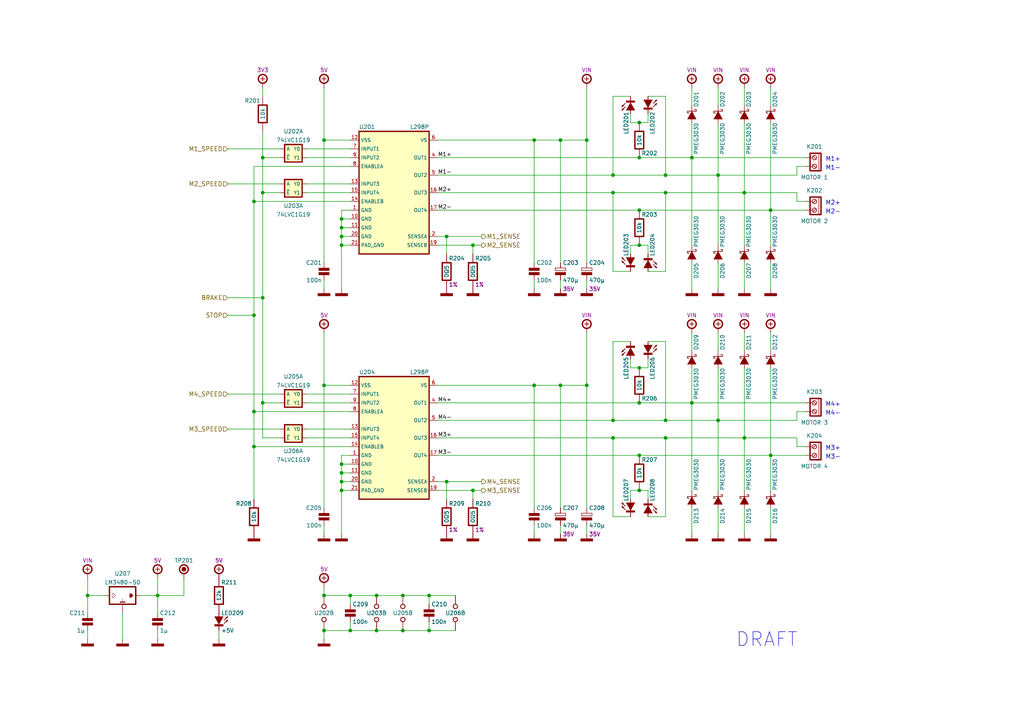
<source format=kicad_sch>
(kicad_sch (version 20231120) (generator "eeschema") (generator_version "8.0")
  (paper "A4")
  (title_block (title "Motors Driver") (date "01/2023") (rev "A") (comment 1 "TCAR Motor Board - L298P"))
  (junction (at 170.18 111.76) (diameter 0.9144))
  (junction (at 99.06 66.04) (diameter 0.9144))
  (junction (at 137.16 142.24) (diameter 0.9144))
  (junction (at 99.06 63.5))
  (junction (at 99.06 139.7) (diameter 0.9144))
  (junction (at 101.6 182.88) (diameter 0.9144))
  (junction (at 73.66 129.54))
  (junction (at 200.66 116.84) (diameter 0.9144))
  (junction (at 177.8 121.92))
  (junction (at 185.42 45.72) (diameter 0.9144))
  (junction (at 25.4 172.72) (diameter 0.9144))
  (junction (at 73.66 119.38))
  (junction (at 99.06 68.58) (diameter 0.9144))
  (junction (at 99.06 142.24) (diameter 0.9144))
  (junction (at 76.2 116.84) (diameter 0.9144))
  (junction (at 76.2 45.72) (diameter 0.9144))
  (junction (at 76.2 55.88))
  (junction (at 185.42 106.68))
  (junction (at 170.18 40.64) (diameter 0.9144))
  (junction (at 129.54 139.7) (diameter 0.9144))
  (junction (at 193.04 55.88))
  (junction (at 137.16 71.12) (diameter 0.9144))
  (junction (at 208.28 121.92) (diameter 0.9144))
  (junction (at 223.52 60.96) (diameter 0.9144))
  (junction (at 73.66 58.42))
  (junction (at 99.06 71.12) (diameter 0.9144))
  (junction (at 185.42 35.56))
  (junction (at 73.66 91.44))
  (junction (at 223.52 132.08) (diameter 0.9144))
  (junction (at 45.72 172.72) (diameter 0.9144))
  (junction (at 124.46 182.88) (diameter 0.9144))
  (junction (at 109.22 172.72) (diameter 0.9144))
  (junction (at 109.22 182.88) (diameter 0.9144))
  (junction (at 208.28 50.8) (diameter 0.9144))
  (junction (at 99.06 137.16) (diameter 0.9144))
  (junction (at 193.04 121.92))
  (junction (at 124.46 172.72) (diameter 0.9144))
  (junction (at 177.8 55.88))
  (junction (at 116.84 182.88) (diameter 0.9144))
  (junction (at 185.42 71.12))
  (junction (at 93.98 182.88) (diameter 0.9144))
  (junction (at 185.42 142.24))
  (junction (at 193.04 50.8))
  (junction (at 185.42 116.84) (diameter 0.9144))
  (junction (at 116.84 172.72) (diameter 0.9144))
  (junction (at 76.2 86.36))
  (junction (at 215.9 55.88) (diameter 0.9144))
  (junction (at 99.06 134.62))
  (junction (at 93.98 172.72) (diameter 0.9144))
  (junction (at 154.94 40.64) (diameter 0.9144))
  (junction (at 101.6 172.72) (diameter 0.9144))
  (junction (at 185.42 132.08) (diameter 0.9144))
  (junction (at 185.42 60.96) (diameter 0.9144))
  (junction (at 215.9 127) (diameter 0.9144))
  (junction (at 93.98 111.76) (diameter 0.9144))
  (junction (at 93.98 40.64) (diameter 0.9144))
  (junction (at 177.8 127))
  (junction (at 129.54 68.58) (diameter 0.9144))
  (junction (at 200.66 45.72) (diameter 0.9144))
  (junction (at 162.56 40.64) (diameter 0.9144))
  (junction (at 154.94 111.76) (diameter 0.9144))
  (junction (at 162.56 111.76) (diameter 0.9144))
  (junction (at 177.8 50.8))
  (junction (at 193.04 127))
  (wire (pts (xy 127 139.7) (xy 129.54 139.7)))
  (wire (pts (xy 223.52 96.52) (xy 223.52 101.6)))
  (wire (pts (xy 66.04 43.18) (xy 81.28 43.18)))
  (wire (pts (xy 200.66 116.84) (xy 233.68 116.84)))
  (wire (pts (xy 182.88 144.78) (xy 182.88 142.24)))
  (wire (pts (xy 182.88 35.56) (xy 185.42 35.56)))
  (wire (pts (xy 170.18 152.4) (xy 170.18 154.94)))
  (wire (pts (xy 177.8 99.06) (xy 182.88 99.06)))
  (wire (pts (xy 177.8 127) (xy 177.8 149.86)))
  (wire (pts (xy 193.04 55.88) (xy 193.04 78.74)))
  (wire (pts (xy 162.56 111.76) (xy 162.56 147.32)))
  (wire (pts (xy 187.96 73.66) (xy 187.96 71.12)))
  (wire (pts (xy 200.66 25.4) (xy 200.66 30.48)))
  (wire (pts (xy 231.14 129.54) (xy 231.14 127)))
  (wire (pts (xy 223.52 147.32) (xy 223.52 154.94)))
  (wire (pts (xy 215.9 35.56) (xy 215.9 55.88)))
  (wire (pts (xy 177.8 50.8) (xy 193.04 50.8)))
  (wire (pts (xy 208.28 50.8) (xy 231.14 50.8)))
  (wire (pts (xy 231.14 48.26) (xy 231.14 50.8)))
  (wire (pts (xy 233.68 48.26) (xy 231.14 48.26)))
  (wire (pts (xy 170.18 96.52) (xy 170.18 111.76)))
  (wire (pts (xy 177.8 27.94) (xy 182.88 27.94)))
  (wire (pts (xy 177.8 121.92) (xy 193.04 121.92)))
  (wire (pts (xy 154.94 111.76) (xy 154.94 147.32)))
  (wire (pts (xy 193.04 27.94) (xy 193.04 50.8)))
  (wire (pts (xy 170.18 81.28) (xy 170.18 83.82)))
  (wire (pts (xy 154.94 81.28) (xy 154.94 83.82)))
  (wire (pts (xy 93.98 182.88) (xy 93.98 185.42)))
  (wire (pts (xy 187.96 144.78) (xy 187.96 142.24)))
  (wire (pts (xy 187.96 99.06) (xy 193.04 99.06)))
  (wire (pts (xy 177.8 127) (xy 193.04 127)))
  (wire (pts (xy 99.06 139.7) (xy 101.6 139.7)))
  (wire (pts (xy 208.28 35.56) (xy 208.28 50.8)))
  (wire (pts (xy 127 50.8) (xy 177.8 50.8)))
  (wire (pts (xy 127 45.72) (xy 185.42 45.72)))
  (wire (pts (xy 185.42 45.72) (xy 200.66 45.72)))
  (wire (pts (xy 200.66 35.56) (xy 200.66 45.72)))
  (wire (pts (xy 162.56 81.28) (xy 162.56 83.82)))
  (wire (pts (xy 215.9 96.52) (xy 215.9 101.6)))
  (wire (pts (xy 208.28 106.68) (xy 208.28 121.92)))
  (wire (pts (xy 66.04 86.36) (xy 76.2 86.36)))
  (wire (pts (xy 53.34 167.64) (xy 53.34 172.72)))
  (wire (pts (xy 154.94 111.76) (xy 162.56 111.76)))
  (wire (pts (xy 170.18 111.76) (xy 170.18 147.32)))
  (wire (pts (xy 45.72 182.88) (xy 45.72 185.42)))
  (wire (pts (xy 129.54 68.58) (xy 129.54 73.66)))
  (wire (pts (xy 215.9 25.4) (xy 215.9 30.48)))
  (wire (pts (xy 129.54 139.7) (xy 139.7 139.7)))
  (wire (pts (xy 223.52 106.68) (xy 223.52 132.08)))
  (wire (pts (xy 177.8 78.74) (xy 182.88 78.74)))
  (wire (pts (xy 76.2 127) (xy 76.2 116.84)))
  (wire (pts (xy 193.04 55.88) (xy 215.9 55.88)))
  (wire (pts (xy 66.04 124.46) (xy 81.28 124.46)))
  (wire (pts (xy 127 68.58) (xy 129.54 68.58)))
  (wire (pts (xy 129.54 68.58) (xy 139.7 68.58)))
  (wire (pts (xy 93.98 25.4) (xy 93.98 40.64)))
  (wire (pts (xy 93.98 40.64) (xy 93.98 76.2)))
  (wire (pts (xy 88.9 114.3) (xy 101.6 114.3)))
  (wire (pts (xy 215.9 76.2) (xy 215.9 83.82)))
  (wire (pts (xy 66.04 91.44) (xy 73.66 91.44)))
  (wire (pts (xy 208.28 121.92) (xy 231.14 121.92)))
  (wire (pts (xy 88.9 45.72) (xy 101.6 45.72)))
  (wire (pts (xy 93.98 182.88) (xy 101.6 182.88)))
  (wire (pts (xy 101.6 182.88) (xy 109.22 182.88)))
  (wire (pts (xy 109.22 182.88) (xy 116.84 182.88)))
  (wire (pts (xy 116.84 182.88) (xy 124.46 182.88)))
  (wire (pts (xy 215.9 142.24) (xy 215.9 127)))
  (wire (pts (xy 93.98 81.28) (xy 93.98 83.82)))
  (wire (pts (xy 101.6 172.72) (xy 109.22 172.72)))
  (wire (pts (xy 109.22 172.72) (xy 116.84 172.72)))
  (wire (pts (xy 116.84 172.72) (xy 124.46 172.72)))
  (wire (pts (xy 124.46 172.72) (xy 132.08 172.72)))
  (wire (pts (xy 25.4 172.72) (xy 25.4 177.8)))
  (wire (pts (xy 193.04 99.06) (xy 193.04 121.92)))
  (wire (pts (xy 129.54 139.7) (xy 129.54 144.78)))
  (wire (pts (xy 76.2 45.72) (xy 76.2 38.1)))
  (wire (pts (xy 76.2 55.88) (xy 76.2 45.72)))
  (wire (pts (xy 137.16 142.24) (xy 137.16 144.78)))
  (wire (pts (xy 99.06 137.16) (xy 99.06 139.7)))
  (wire (pts (xy 177.8 55.88) (xy 193.04 55.88)))
  (wire (pts (xy 187.96 27.94) (xy 193.04 27.94)))
  (wire (pts (xy 101.6 132.08) (xy 99.06 132.08)))
  (wire (pts (xy 99.06 137.16) (xy 101.6 137.16)))
  (wire (pts (xy 177.8 99.06) (xy 177.8 121.92)))
  (wire (pts (xy 99.06 139.7) (xy 99.06 142.24)))
  (wire (pts (xy 223.52 132.08) (xy 233.68 132.08)))
  (wire (pts (xy 185.42 71.12) (xy 187.96 71.12)))
  (wire (pts (xy 45.72 172.72) (xy 53.34 172.72)))
  (wire (pts (xy 25.4 182.88) (xy 25.4 185.42)))
  (wire (pts (xy 162.56 40.64) (xy 162.56 76.2)))
  (wire (pts (xy 223.52 35.56) (xy 223.52 60.96)))
  (wire (pts (xy 127 127) (xy 177.8 127)))
  (wire (pts (xy 200.66 106.68) (xy 200.66 116.84)))
  (wire (pts (xy 215.9 147.32) (xy 215.9 154.94)))
  (wire (pts (xy 45.72 167.64) (xy 45.72 172.72)))
  (wire (pts (xy 73.66 119.38) (xy 101.6 119.38)))
  (wire (pts (xy 63.5 182.88) (xy 63.5 185.42)))
  (wire (pts (xy 124.46 182.88) (xy 132.08 182.88)))
  (wire (pts (xy 76.2 86.36) (xy 76.2 116.84)))
  (wire (pts (xy 25.4 167.64) (xy 25.4 172.72)))
  (wire (pts (xy 137.16 142.24) (xy 139.7 142.24)))
  (wire (pts (xy 208.28 50.8) (xy 208.28 71.12)))
  (wire (pts (xy 99.06 68.58) (xy 101.6 68.58)))
  (wire (pts (xy 88.9 124.46) (xy 101.6 124.46)))
  (wire (pts (xy 40.64 172.72) (xy 45.72 172.72)))
  (wire (pts (xy 200.66 76.2) (xy 200.66 83.82)))
  (wire (pts (xy 231.14 55.88) (xy 215.9 55.88)))
  (wire (pts (xy 231.14 58.42) (xy 231.14 55.88)))
  (wire (pts (xy 233.68 58.42) (xy 231.14 58.42)))
  (wire (pts (xy 76.2 127) (xy 81.28 127)))
  (wire (pts (xy 45.72 172.72) (xy 45.72 177.8)))
  (wire (pts (xy 182.88 33.02) (xy 182.88 35.56)))
  (wire (pts (xy 127 111.76) (xy 154.94 111.76)))
  (wire (pts (xy 101.6 172.72) (xy 101.6 175.26)))
  (wire (pts (xy 73.66 48.26) (xy 101.6 48.26)))
  (wire (pts (xy 177.8 55.88) (xy 177.8 78.74)))
  (wire (pts (xy 127 121.92) (xy 177.8 121.92)))
  (wire (pts (xy 127 132.08) (xy 185.42 132.08)))
  (wire (pts (xy 208.28 147.32) (xy 208.28 154.94)))
  (wire (pts (xy 93.98 152.4) (xy 93.98 154.94)))
  (wire (pts (xy 137.16 71.12) (xy 137.16 73.66)))
  (wire (pts (xy 187.96 104.14) (xy 187.96 106.68)))
  (wire (pts (xy 185.42 132.08) (xy 223.52 132.08)))
  (wire (pts (xy 200.66 116.84) (xy 200.66 142.24)))
  (wire (pts (xy 99.06 63.5) (xy 99.06 66.04)))
  (wire (pts (xy 99.06 66.04) (xy 99.06 68.58)))
  (wire (pts (xy 99.06 68.58) (xy 99.06 71.12)))
  (wire (pts (xy 99.06 71.12) (xy 99.06 83.82)))
  (wire (pts (xy 101.6 63.5) (xy 99.06 63.5)))
  (wire (pts (xy 101.6 180.34) (xy 101.6 182.88)))
  (wire (pts (xy 93.98 111.76) (xy 101.6 111.76)))
  (wire (pts (xy 127 40.64) (xy 154.94 40.64)))
  (wire (pts (xy 154.94 40.64) (xy 162.56 40.64)))
  (wire (pts (xy 162.56 40.64) (xy 170.18 40.64)))
  (wire (pts (xy 223.52 142.24) (xy 223.52 132.08)))
  (wire (pts (xy 73.66 58.42) (xy 101.6 58.42)))
  (wire (pts (xy 99.06 134.62) (xy 99.06 137.16)))
  (wire (pts (xy 66.04 114.3) (xy 81.28 114.3)))
  (wire (pts (xy 99.06 132.08) (xy 99.06 134.62)))
  (wire (pts (xy 35.56 177.8) (xy 35.56 185.42)))
  (wire (pts (xy 177.8 27.94) (xy 177.8 50.8)))
  (wire (pts (xy 185.42 35.56) (xy 187.96 35.56)))
  (wire (pts (xy 182.88 73.66) (xy 182.88 71.12)))
  (wire (pts (xy 233.68 129.54) (xy 231.14 129.54)))
  (wire (pts (xy 93.98 170.18) (xy 93.98 172.72)))
  (wire (pts (xy 177.8 149.86) (xy 182.88 149.86)))
  (wire (pts (xy 25.4 172.72) (xy 30.48 172.72)))
  (wire (pts (xy 185.42 116.84) (xy 200.66 116.84)))
  (wire (pts (xy 193.04 127) (xy 215.9 127)))
  (wire (pts (xy 76.2 55.88) (xy 81.28 55.88)))
  (wire (pts (xy 99.06 66.04) (xy 101.6 66.04)))
  (wire (pts (xy 182.88 104.14) (xy 182.88 106.68)))
  (wire (pts (xy 182.88 71.12) (xy 185.42 71.12)))
  (wire (pts (xy 170.18 25.4) (xy 170.18 40.64)))
  (wire (pts (xy 170.18 40.64) (xy 170.18 76.2)))
  (wire (pts (xy 200.66 45.72) (xy 200.66 71.12)))
  (wire (pts (xy 233.68 119.38) (xy 231.14 119.38)))
  (wire (pts (xy 73.66 129.54) (xy 101.6 129.54)))
  (wire (pts (xy 182.88 106.68) (xy 185.42 106.68)))
  (wire (pts (xy 185.42 106.68) (xy 187.96 106.68)))
  (wire (pts (xy 73.66 58.42) (xy 73.66 48.26)))
  (wire (pts (xy 93.98 40.64) (xy 101.6 40.64)))
  (wire (pts (xy 76.2 45.72) (xy 81.28 45.72)))
  (wire (pts (xy 208.28 25.4) (xy 208.28 30.48)))
  (wire (pts (xy 231.14 119.38) (xy 231.14 121.92)))
  (wire (pts (xy 73.66 91.44) (xy 73.66 58.42)))
  (wire (pts (xy 193.04 50.8) (xy 208.28 50.8)))
  (wire (pts (xy 200.66 147.32) (xy 200.66 154.94)))
  (wire (pts (xy 88.9 116.84) (xy 101.6 116.84)))
  (wire (pts (xy 101.6 60.96) (xy 99.06 60.96)))
  (wire (pts (xy 99.06 142.24) (xy 101.6 142.24)))
  (wire (pts (xy 127 55.88) (xy 177.8 55.88)))
  (wire (pts (xy 215.9 71.12) (xy 215.9 55.88)))
  (wire (pts (xy 208.28 121.92) (xy 208.28 142.24)))
  (wire (pts (xy 223.52 25.4) (xy 223.52 30.48)))
  (wire (pts (xy 88.9 55.88) (xy 101.6 55.88)))
  (wire (pts (xy 193.04 127) (xy 193.04 149.86)))
  (wire (pts (xy 99.06 60.96) (xy 99.06 63.5)))
  (wire (pts (xy 124.46 180.34) (xy 124.46 182.88)))
  (wire (pts (xy 127 71.12) (xy 137.16 71.12)))
  (wire (pts (xy 137.16 71.12) (xy 139.7 71.12)))
  (wire (pts (xy 93.98 96.52) (xy 93.98 111.76)))
  (wire (pts (xy 93.98 111.76) (xy 93.98 147.32)))
  (wire (pts (xy 76.2 116.84) (xy 81.28 116.84)))
  (wire (pts (xy 73.66 144.78) (xy 73.66 129.54)))
  (wire (pts (xy 93.98 172.72) (xy 101.6 172.72)))
  (wire (pts (xy 154.94 40.64) (xy 154.94 76.2)))
  (wire (pts (xy 208.28 76.2) (xy 208.28 83.82)))
  (wire (pts (xy 193.04 121.92) (xy 208.28 121.92)))
  (wire (pts (xy 127 116.84) (xy 185.42 116.84)))
  (wire (pts (xy 223.52 76.2) (xy 223.52 83.82)))
  (wire (pts (xy 215.9 106.68) (xy 215.9 127)))
  (wire (pts (xy 73.66 129.54) (xy 73.66 119.38)))
  (wire (pts (xy 185.42 142.24) (xy 187.96 142.24)))
  (wire (pts (xy 101.6 134.62) (xy 99.06 134.62)))
  (wire (pts (xy 187.96 33.02) (xy 187.96 35.56)))
  (wire (pts (xy 182.88 142.24) (xy 185.42 142.24)))
  (wire (pts (xy 187.96 149.86) (xy 193.04 149.86)))
  (wire (pts (xy 127 142.24) (xy 137.16 142.24)))
  (wire (pts (xy 76.2 25.4) (xy 76.2 27.94)))
  (wire (pts (xy 99.06 71.12) (xy 101.6 71.12)))
  (wire (pts (xy 200.66 96.52) (xy 200.66 101.6)))
  (wire (pts (xy 88.9 127) (xy 101.6 127)))
  (wire (pts (xy 127 60.96) (xy 185.42 60.96)))
  (wire (pts (xy 185.42 60.96) (xy 223.52 60.96)))
  (wire (pts (xy 223.52 71.12) (xy 223.52 60.96)))
  (wire (pts (xy 88.9 53.34) (xy 101.6 53.34)))
  (wire (pts (xy 73.66 119.38) (xy 73.66 91.44)))
  (wire (pts (xy 162.56 111.76) (xy 170.18 111.76)))
  (wire (pts (xy 76.2 55.88) (xy 76.2 86.36)))
  (wire (pts (xy 200.66 45.72) (xy 233.68 45.72)))
  (wire (pts (xy 223.52 60.96) (xy 233.68 60.96)))
  (wire (pts (xy 154.94 152.4) (xy 154.94 154.94)))
  (wire (pts (xy 124.46 172.72) (xy 124.46 175.26)))
  (wire (pts (xy 162.56 152.4) (xy 162.56 154.94)))
  (wire (pts (xy 88.9 43.18) (xy 101.6 43.18)))
  (wire (pts (xy 66.04 53.34) (xy 81.28 53.34)))
  (wire (pts (xy 231.14 127) (xy 215.9 127)))
  (wire (pts (xy 187.96 78.74) (xy 193.04 78.74)))
  (wire (pts (xy 208.28 96.52) (xy 208.28 101.6)))
  (wire (pts (xy 99.06 142.24) (xy 99.06 154.94)))
  (text "M3-\n" (at 243.84 133.35 0) (effects (font (size 1.27 1.27)) (justify right bottom)))
  (text "M1+" (at 243.84 46.99 0) (effects (font (size 1.27 1.27)) (justify right bottom)))
  (text "M2+" (at 243.84 59.69 0) (effects (font (size 1.27 1.27)) (justify right bottom)))
  (text "M4-\n" (at 243.84 120.65 0) (effects (font (size 1.27 1.27)) (justify right bottom)))
  (text "M2-\n" (at 243.84 62.23 0) (effects (font (size 1.27 1.27)) (justify right bottom)))
  (text "DRAFT" (at 213.36 187.96 0) (effects (font (size 4 4)) (justify left bottom)))
  (text "M3+" (at 243.84 130.81 0) (effects (font (size 1.27 1.27)) (justify right bottom)))
  (text "M4+" (at 243.84 118.11 0) (effects (font (size 1.27 1.27)) (justify right bottom)))
  (text "M1-\n" (at 243.84 49.53 0) (effects (font (size 1.27 1.27)) (justify right bottom)))
  (label "M4-" (at 127 121.92 0) (effects (font (size 1.15 1.15))))
  (label "M1-" (at 127 50.8 0) (effects (font (size 1.15 1.15))))
  (label "M1+" (at 127 45.72 0) (effects (font (size 1.15 1.15))))
  (label "M3+" (at 127 127 0) (effects (font (size 1.15 1.15))))
  (label "M2+" (at 127 55.88 0) (effects (font (size 1.15 1.15))))
  (label "M3-" (at 127 132.08 0) (effects (font (size 1.15 1.15))))
  (label "M2-" (at 127 60.96 0) (effects (font (size 1.15 1.15))))
  (label "M4+" (at 127 116.84 0) (effects (font (size 1.15 1.15))))
  (hierarchical_label "STOP" (shape input) (at 66.04 91.44 180))
  (hierarchical_label "BRAKE" (shape input) (at 66.04 86.36 180))
  (hierarchical_label "M3_SENSE" (shape output) (at 139.7 142.24 0))
  (hierarchical_label "M3_SPEED" (shape input) (at 66.04 124.46 180))
  (hierarchical_label "M2_SPEED" (shape input) (at 66.04 53.34 180))
  (hierarchical_label "M2_SENSE" (shape output) (at 139.7 71.12 0))
  (hierarchical_label "M1_SENSE" (shape output) (at 139.7 68.58 0))
  (hierarchical_label "M1_SPEED" (shape input) (at 66.04 43.18 180))
  (hierarchical_label "M4_SENSE" (shape output) (at 139.7 139.7 0))
  (hierarchical_label "M4_SPEED" (shape input) (at 66.04 114.3 180))
  (symbol (lib_id "tronixio:NEXPERIA-PMEG3030-SOD") (at 208.28 144.78 270) (unit 1)
    (property "Reference" "D214" (at 209.55 147.32 0) (effects (font (size 1.15 1.15)) (justify left)))
    (property "Value" "PMEG3030" (at 209.55 142.24 0) (effects (font (size 1.15 1.15)) (justify right)))
    (property "Footprint" "tronixio:SOD-128" (effects (hide yes)))
    (property "Datasheet" "https://www.nexperia.com/search.html?q=pmeg3030&searchCategory=product" (effects (hide yes)))
    (property "Mouser" "771-PMEG3030EP115" (effects (hide yes)))
  )
  (symbol (lib_id "tronixio:POWER-+VIN") (at 208.28 96.52 0) (unit 1)
    (property "Reference" "#PWR0126" (effects (hide yes)))
    (property "Value" "POWER-+VIN" (effects (hide yes)))
    (property "Name" "VIN" (at 208.28 91.44 0) (effects (font (size 1.15 1.15))))
  )
  (symbol (lib_id "tronixio:POWER-GND") (at 63.5 185.42 0) (unit 1)
    (property "Reference" "#PWR0160" (effects (hide yes)))
    (property "Value" "POWER-GND" (effects (hide yes)))
  )
  (symbol (lib_id "tronixio:NEXPERIA-PMEG3030-SOD") (at 208.28 104.14 270) (unit 1)
    (property "Reference" "D210" (at 209.55 101.6 0) (effects (font (size 1.15 1.15)) (justify right)))
    (property "Value" "PMEG3030" (at 209.55 106.68 0) (effects (font (size 1.15 1.15)) (justify left)))
    (property "Footprint" "tronixio:SOD-128" (effects (hide yes)))
    (property "Datasheet" "https://www.nexperia.com/search.html?q=pmeg3030&searchCategory=product" (effects (hide yes)))
    (property "Mouser" "771-PMEG3030EP115" (effects (hide yes)))
  )
  (symbol (lib_id "tronixio:WURTH-WCAP-ATG8-470U-35V") (at 162.56 149.86 0) (unit 1)
    (property "Reference" "C207" (at 163.195 147.32 0) (effects (font (size 1.15 1.15)) (justify left)))
    (property "Value" "470µ" (at 163.195 152.4 0) (effects (font (size 1.15 1.15)) (justify left)))
    (property "Footprint" "tronixio:CAPACITOR-ELECTROLYTIC-RADIAL-100-160-050-WURTH" (effects (hide yes)))
    (property "Datasheet" "https://www.we-online.com/catalog/datasheet/860010575013.pdf" (effects (hide yes)))
    (property "Mouser" "710-860010575013" (effects (hide yes)))
    (property "Tolerance" "20%" (effects (hide yes)))
    (property "Voltage" "35V" (at 163.195 154.94 0) (effects (font (size 1.15 1.15)) (justify left)))
  )
  (symbol (lib_id "tronixio:KINGBRIGHT-LED-1206-RED") (at 182.88 76.2 90) (unit 1)
    (property "Reference" "LED203" (at 181.61 74.295 0) (effects (font (size 1.15 1.15)) (justify left)))
    (property "Value" "RED" (effects (hide yes)))
    (property "Footprint" "tronixio:LED-SMD-1206" (effects (hide yes)))
    (property "Datasheet" "http://www.kingbrightusa.com/images/catalog/SPEC/APT3216LSECK-J3-PRV.pdf" (effects (hide yes)))
    (property "Mouser" "604-APT3216LSECKJ3RV" (effects (hide yes)))
  )
  (symbol (lib_id "tronixio:NEXPERIA-PMEG3030-SOD") (at 208.28 33.02 270) (unit 1)
    (property "Reference" "D202" (at 209.55 31.115 0) (effects (font (size 1.15 1.15)) (justify right)))
    (property "Value" "PMEG3030" (at 209.55 35.56 0) (effects (font (size 1.15 1.15)) (justify left)))
    (property "Footprint" "tronixio:SOD-128" (effects (hide yes)))
    (property "Datasheet" "https://www.nexperia.com/search.html?q=pmeg3030&searchCategory=product" (effects (hide yes)))
    (property "Mouser" "771-PMEG3030EP115" (effects (hide yes)))
  )
  (symbol (lib_id "tronixio:POWER-+VIN") (at 200.66 96.52 0) (unit 1)
    (property "Reference" "#PWR0127" (effects (hide yes)))
    (property "Value" "POWER-+VIN" (effects (hide yes)))
    (property "Name" "VIN" (at 200.66 91.44 0) (effects (font (size 1.15 1.15))))
  )
  (symbol (lib_id "tronixio:KINGBRIGHT-LED-1206-RED") (at 187.96 76.2 270) (unit 1)
    (property "Reference" "LED204" (at 189.23 74.295 0) (effects (font (size 1.15 1.15)) (justify right)))
    (property "Value" "RED" (effects (hide yes)))
    (property "Footprint" "tronixio:LED-SMD-1206" (effects (hide yes)))
    (property "Datasheet" "http://www.kingbrightusa.com/images/catalog/SPEC/APT3216LSECK-J3-PRV.pdf" (effects (hide yes)))
    (property "Mouser" "604-APT3216LSECKJ3RV" (effects (hide yes)))
  )
  (symbol (lib_id "tronixio:POWER-GND") (at 215.9 154.94 0) (unit 1)
    (property "Reference" "#PWR0146" (effects (hide yes)))
    (property "Value" "POWER-GND" (effects (hide yes)))
  )
  (symbol (lib_id "tronixio:POWER-+3V3") (at 76.2 25.4 0) (unit 1)
    (property "Reference" "#PWR0167" (effects (hide yes)))
    (property "Value" "POWER-+3V3" (effects (hide yes)))
    (property "Name" "3V3" (at 76.2 20.32 0) (effects (font (size 1.15 1.15))))
  )
  (symbol (lib_id "tronixio:POWER-GND") (at 154.94 83.82 0) (unit 1)
    (property "Reference" "#PWR0136" (effects (hide yes)))
    (property "Value" "POWER-GND" (effects (hide yes)))
  )
  (symbol (lib_id "tronixio:POWER-+5V") (at 93.98 25.4 0) (unit 1)
    (property "Reference" "#PWR0168" (effects (hide yes)))
    (property "Value" "POWER-+5V" (effects (hide yes)))
    (property "Name" "5V" (at 93.98 20.32 0) (effects (font (size 1.15 1.15))))
  )
  (symbol (lib_id "tronixio:POWER-+VIN") (at 215.9 96.52 0) (unit 1)
    (property "Reference" "#PWR0129" (effects (hide yes)))
    (property "Value" "POWER-+VIN" (effects (hide yes)))
    (property "Name" "VIN" (at 215.9 91.44 0) (effects (font (size 1.15 1.15))))
  )
  (symbol (lib_id "tronixio:RESISTOR-1206-10K-5P") (at 73.66 149.86 0) (unit 1)
    (property "Reference" "R208" (at 73.025 146.05 0) (effects (font (size 1.15 1.15)) (justify right)))
    (property "Value" "10k" (at 73.66 149.86 90) (effects (font (size 1.15 1.15))))
    (property "Footprint" "tronixio:RESISTOR-SMD-1206" (effects (hide yes)))
    (property "Tolerance" "5%" (effects (hide yes)))
    (property "Mouser" "660-RK73B2BTTDD103J" (effects (hide yes)))
  )
  (symbol (lib_id "tronixio:CAPACITOR-1206-100N-50V-5P-X7R") (at 93.98 78.74 0) (unit 1)
    (property "Reference" "C201" (at 93.345 76.2 0) (effects (font (size 1.15 1.15)) (justify right)))
    (property "Value" "100n" (at 93.345 81.28 0) (effects (font (size 1.15 1.15)) (justify right)))
    (property "Footprint" "tronixio:CAPACITOR-SMD-1206" (effects (hide yes)))
    (property "Voltage" "50V" (effects (hide yes)))
    (property "Tolerance" "5%" (effects (hide yes)))
    (property "Mouser" "80-C1206C104J5R" (effects (hide yes)))
  )
  (symbol (lib_id "tronixio:POWER-GND") (at 129.54 154.94 0) (unit 1)
    (property "Reference" "#PWR0151" (effects (hide yes)))
    (property "Value" "POWER-GND" (effects (hide yes)))
  )
  (symbol (lib_id "tronixio:POWER-+VIN") (at 170.18 96.52 0) (unit 1)
    (property "Reference" "#PWR0128" (effects (hide yes)))
    (property "Value" "POWER-+VIN" (effects (hide yes)))
    (property "Name" "VIN" (at 170.18 91.44 0) (effects (font (size 1.15 1.15))))
  )
  (symbol (lib_id "tronixio:KINGBRIGHT-LED-1206-RED") (at 187.96 101.6 270) (mirror x) (unit 1)
    (property "Reference" "LED206" (at 189.23 103.505 0) (effects (font (size 1.15 1.15)) (justify right)))
    (property "Value" "RED" (effects (hide yes)))
    (property "Footprint" "tronixio:LED-SMD-1206" (effects (hide yes)))
    (property "Datasheet" "http://www.kingbrightusa.com/images/catalog/SPEC/APT3216LSECK-J3-PRV.pdf" (effects (hide yes)))
    (property "Mouser" "604-APT3216LSECKJ3RV" (effects (hide yes)))
  )
  (symbol (lib_id "tronixio:CAPACITOR-1206-1U-16V-10P-X7R") (at 25.4 180.34 0) (unit 1)
    (property "Reference" "C211" (at 24.765 177.8 0) (effects (font (size 1.15 1.15)) (justify right)))
    (property "Value" "1µ" (at 24.765 182.88 0) (effects (font (size 1.15 1.15)) (justify right)))
    (property "Footprint" "tronixio:CAPACITOR-SMD-1206" (effects (hide yes)))
    (property "Voltage" "16V" (effects (hide yes)))
    (property "Tolerance" "10%" (effects (hide yes)))
    (property "Mouser" "80-C1206C105K4R" (effects (hide yes)))
  )
  (symbol (lib_id "tronixio:POWER-GND") (at 170.18 154.94 0) (unit 1)
    (property "Reference" "#PWR0141" (effects (hide yes)))
    (property "Value" "POWER-GND" (effects (hide yes)))
  )
  (symbol (lib_id "tronixio:POWER-GND") (at 93.98 154.94 0) (unit 1)
    (property "Reference" "#PWR0169" (effects (hide yes)))
    (property "Value" "POWER-GND" (effects (hide yes)))
  )
  (symbol (lib_id "tronixio:CUI-TB006-508-02BE") (at 236.22 58.42 0) (unit 1)
    (property "Reference" "K202" (at 236.22 55.245 0) (effects (font (size 1.15 1.15))))
    (property "Value" "MOTOR 2" (at 236.22 64.135 0) (effects (font (size 1.15 1.15))))
    (property "Footprint" "tronixio:CUI-TB006-508-02BE" (effects (hide yes)))
    (property "Datasheet" "https://www.cuidevices.com/product/interconnect/connectors/terminal-blocks/tb006-508-series" (effects (hide yes)))
    (property "Mouser" "490-TB006-508-02BE" (effects (hide yes)))
  )
  (symbol (lib_id "tronixio:CAPACITOR-1206-100N-50V-5P-X7R") (at 154.94 149.86 0) (unit 1)
    (property "Reference" "C206" (at 155.575 147.32 0) (effects (font (size 1.15 1.15)) (justify left)))
    (property "Value" "100n" (at 155.575 152.4 0) (effects (font (size 1.15 1.15)) (justify left)))
    (property "Footprint" "tronixio:CAPACITOR-SMD-1206" (effects (hide yes)))
    (property "Voltage" "50V" (effects (hide yes)))
    (property "Tolerance" "5%" (effects (hide yes)))
    (property "Mouser" "80-C1206C104J5R" (effects (hide yes)))
  )
  (symbol (lib_id "tronixio:TI-SN74LVC1G19-SOT") (at 81.28 114.3 0) (unit 1)
    (property "Reference" "U205" (at 85.09 109.22 0) (effects (font (size 1.15 1.15))))
    (property "Value" "74LVC1G19" (at 85.09 111.76 0) (effects (font (size 1.15 1.15))))
    (property "Footprint" "tronixio:SOT-23-6" (effects (hide yes)))
    (property "Datasheet" "http://www.ti.com/product/SN74LVC1G19" (effects (hide yes)))
    (property "Mouser" "595-SN74LVC1G19D" (effects (hide yes)))
  )
  (symbol (lib_id "tronixio:POWER-GND") (at 93.98 83.82 0) (unit 1)
    (property "Reference" "#PWR0152" (effects (hide yes)))
    (property "Value" "POWER-GND" (effects (hide yes)))
  )
  (symbol (lib_id "tronixio:WURTH-WCAP-ATG8-470U-35V") (at 170.18 78.74 0) (unit 1)
    (property "Reference" "C204" (at 170.815 76.2 0) (effects (font (size 1.15 1.15)) (justify left)))
    (property "Value" "470µ" (at 170.815 81.28 0) (effects (font (size 1.15 1.15)) (justify left)))
    (property "Footprint" "tronixio:CAPACITOR-ELECTROLYTIC-RADIAL-100-160-050-WURTH" (effects (hide yes)))
    (property "Datasheet" "https://www.we-online.com/catalog/datasheet/860010575013.pdf" (effects (hide yes)))
    (property "Mouser" "710-860010575013" (effects (hide yes)))
    (property "Tolerance" "20%" (effects (hide yes)))
    (property "Voltage" "35V" (at 170.815 83.82 0) (effects (font (size 1.15 1.15)) (justify left)))
  )
  (symbol (lib_id "tronixio:CUI-TB006-508-02BE") (at 236.22 119.38 0) (mirror x) (unit 1)
    (property "Reference" "K203" (at 236.22 113.665 0) (effects (font (size 1.15 1.15))))
    (property "Value" "MOTOR 3" (at 236.22 122.555 0) (effects (font (size 1.15 1.15))))
    (property "Footprint" "tronixio:CUI-TB006-508-02BE" (effects (hide yes)))
    (property "Datasheet" "https://www.cuidevices.com/product/interconnect/connectors/terminal-blocks/tb006-508-series" (effects (hide yes)))
    (property "Mouser" "490-TB006-508-02BE" (effects (hide yes)))
  )
  (symbol (lib_id "tronixio:NEXPERIA-PMEG3030-SOD") (at 215.9 144.78 270) (unit 1)
    (property "Reference" "D215" (at 217.17 147.32 0) (effects (font (size 1.15 1.15)) (justify left)))
    (property "Value" "PMEG3030" (at 217.17 142.24 0) (effects (font (size 1.15 1.15)) (justify right)))
    (property "Footprint" "tronixio:SOD-128" (effects (hide yes)))
    (property "Datasheet" "https://www.nexperia.com/search.html?q=pmeg3030&searchCategory=product" (effects (hide yes)))
    (property "Mouser" "771-PMEG3030EP115" (effects (hide yes)))
  )
  (symbol (lib_id "tronixio:TI-SN74LVC1G19-SOT") (at 81.28 124.46 0) (unit 1)
    (property "Reference" "U206" (at 85.09 130.81 0) (effects (font (size 1.15 1.15))))
    (property "Value" "74LVC1G19" (at 85.09 133.35 0) (effects (font (size 1.15 1.15))))
    (property "Footprint" "tronixio:SOT-23-6" (effects (hide yes)))
    (property "Datasheet" "http://www.ti.com/product/SN74LVC1G19" (effects (hide yes)))
    (property "Mouser" "595-SN74LVC1G19D" (effects (hide yes)))
  )
  (symbol (lib_id "tronixio:POWER-GND") (at 25.4 185.42 0) (unit 1)
    (property "Reference" "#PWR0157" (effects (hide yes)))
    (property "Value" "POWER-GND" (effects (hide yes)))
  )
  (symbol (lib_id "tronixio:POWER-+5V") (at 93.98 170.18 0) (unit 1)
    (property "Reference" "#PWR0166" (effects (hide yes)))
    (property "Value" "POWER-+5V" (effects (hide yes)))
    (property "Name" "5V" (at 93.98 165.1 0) (effects (font (size 1.15 1.15))))
  )
  (symbol (lib_id "tronixio:POWER-GND") (at 200.66 83.82 0) (unit 1)
    (property "Reference" "#PWR0139" (effects (hide yes)))
    (property "Value" "POWER-GND" (effects (hide yes)))
  )
  (symbol (lib_id "tronixio:KINGBRIGHT-LED-1206-RED") (at 187.96 147.32 270) (unit 1)
    (property "Reference" "LED208" (at 189.23 145.415 0) (effects (font (size 1.15 1.15)) (justify right)))
    (property "Value" "RED" (effects (hide yes)))
    (property "Footprint" "tronixio:LED-SMD-1206" (effects (hide yes)))
    (property "Datasheet" "http://www.kingbrightusa.com/images/catalog/SPEC/APT3216LSECK-J3-PRV.pdf" (effects (hide yes)))
    (property "Mouser" "604-APT3216LSECKJ3RV" (effects (hide yes)))
  )
  (symbol (lib_id "tronixio:TI-SN74LVC1G19-SOT") (at 81.28 53.34 0) (unit 1)
    (property "Reference" "U203" (at 85.09 59.69 0) (effects (font (size 1.15 1.15))))
    (property "Value" "74LVC1G19" (at 85.09 62.23 0) (effects (font (size 1.15 1.15))))
    (property "Footprint" "tronixio:SOT-23-6" (effects (hide yes)))
    (property "Datasheet" "http://www.ti.com/product/SN74LVC1G19" (effects (hide yes)))
    (property "Mouser" "595-SN74LVC1G19D" (effects (hide yes)))
  )
  (symbol (lib_id "tronixio:POWER-+5V") (at 93.98 96.52 0) (unit 1)
    (property "Reference" "#PWR0156" (effects (hide yes)))
    (property "Value" "POWER-+5V" (effects (hide yes)))
    (property "Name" "5V" (at 93.98 91.44 0) (effects (font (size 1.15 1.15))))
  )
  (symbol (lib_id "tronixio:POWER-GND") (at 45.72 185.42 0) (unit 1)
    (property "Reference" "#PWR0161" (effects (hide yes)))
    (property "Value" "POWER-GND" (effects (hide yes)))
  )
  (symbol (lib_id "tronixio:NEXPERIA-PMEG3030-SOD") (at 215.9 104.14 270) (unit 1)
    (property "Reference" "D211" (at 217.17 101.6 0) (effects (font (size 1.15 1.15)) (justify right)))
    (property "Value" "PMEG3030" (at 217.17 106.68 0) (effects (font (size 1.15 1.15)) (justify left)))
    (property "Footprint" "tronixio:SOD-128" (effects (hide yes)))
    (property "Datasheet" "https://www.nexperia.com/search.html?q=pmeg3030&searchCategory=product" (effects (hide yes)))
    (property "Mouser" "771-PMEG3030EP115" (effects (hide yes)))
  )
  (symbol (lib_id "tronixio:POWER-+5V") (at 45.72 167.64 0) (unit 1)
    (property "Reference" "#PWR0163" (effects (hide yes)))
    (property "Value" "POWER-+5V" (effects (hide yes)))
    (property "Name" "5V" (at 45.72 162.56 0) (effects (font (size 1.15 1.15))))
  )
  (symbol (lib_id "tronixio:NEXPERIA-PMEG3030-SOD") (at 200.66 104.14 270) (unit 1)
    (property "Reference" "D209" (at 201.93 101.6 0) (effects (font (size 1.15 1.15)) (justify right)))
    (property "Value" "PMEG3030" (at 201.93 106.68 0) (effects (font (size 1.15 1.15)) (justify left)))
    (property "Footprint" "tronixio:SOD-128" (effects (hide yes)))
    (property "Datasheet" "https://www.nexperia.com/search.html?q=pmeg3030&searchCategory=product" (effects (hide yes)))
    (property "Mouser" "771-PMEG3030EP115" (effects (hide yes)))
  )
  (symbol (lib_id "tronixio:POWER-GND") (at 137.16 154.94 0) (unit 1)
    (property "Reference" "#PWR0170" (effects (hide yes)))
    (property "Value" "POWER-GND" (effects (hide yes)))
  )
  (symbol (lib_id "tronixio:POWER-GND") (at 215.9 83.82 0) (unit 1)
    (property "Reference" "#PWR0148" (effects (hide yes)))
    (property "Value" "POWER-GND" (effects (hide yes)))
  )
  (symbol (lib_id "tronixio:CAPACITOR-1206-1U-16V-10P-X7R") (at 45.72 180.34 0) (unit 1)
    (property "Reference" "C212" (at 46.355 177.8 0) (effects (font (size 1.15 1.15)) (justify left)))
    (property "Value" "1µ" (at 46.355 182.88 0) (effects (font (size 1.15 1.15)) (justify left)))
    (property "Footprint" "tronixio:CAPACITOR-SMD-1206" (effects (hide yes)))
    (property "Voltage" "16V" (effects (hide yes)))
    (property "Tolerance" "10%" (effects (hide yes)))
    (property "Mouser" "80-C1206C105K4R" (effects (hide yes)))
  )
  (symbol (lib_id "tronixio:POWER-GND") (at 223.52 154.94 0) (unit 1)
    (property "Reference" "#PWR0145" (effects (hide yes)))
    (property "Value" "POWER-GND" (effects (hide yes)))
  )
  (symbol (lib_id "tronixio:NEXPERIA-PMEG3030-SOD") (at 223.52 33.02 270) (unit 1)
    (property "Reference" "D204" (at 224.79 31.115 0) (effects (font (size 1.15 1.15)) (justify right)))
    (property "Value" "PMEG3030" (at 224.79 35.56 0) (effects (font (size 1.15 1.15)) (justify left)))
    (property "Footprint" "tronixio:SOD-128" (effects (hide yes)))
    (property "Datasheet" "https://www.nexperia.com/search.html?q=pmeg3030&searchCategory=product" (effects (hide yes)))
    (property "Mouser" "771-PMEG3030EP115" (effects (hide yes)))
  )
  (symbol (lib_id "tronixio:TI-SN74LVC1G19-SOT") (at 132.08 177.8 0) (unit 2)
    (property "Reference" "U206" (at 132.08 177.8 0) (effects (font (size 1.15 1.15))))
    (property "Value" "74LVC1G19" (effects (hide yes)))
    (property "Footprint" "tronixio:SOT-23-6" (effects (hide yes)))
    (property "Datasheet" "http://www.ti.com/product/SN74LVC1G19" (effects (hide yes)))
    (property "Mouser" "595-SN74LVC1G19D" (effects (hide yes)))
  )
  (symbol (lib_id "tronixio:NEXPERIA-PMEG3030-SOD") (at 200.66 33.02 270) (unit 1)
    (property "Reference" "D201" (at 201.93 31.115 0) (effects (font (size 1.15 1.15)) (justify right)))
    (property "Value" "PMEG3030" (at 201.93 35.56 0) (effects (font (size 1.15 1.15)) (justify left)))
    (property "Footprint" "tronixio:SOD-128" (effects (hide yes)))
    (property "Datasheet" "https://www.nexperia.com/search.html?q=pmeg3030&searchCategory=product" (effects (hide yes)))
    (property "Mouser" "771-PMEG3030EP115" (effects (hide yes)))
  )
  (symbol (lib_id "tronixio:POWER-GND") (at 93.98 185.42 0) (unit 1)
    (property "Reference" "#PWR0159" (effects (hide yes)))
    (property "Value" "POWER-GND" (effects (hide yes)))
  )
  (symbol (lib_id "tronixio:POWER-GND") (at 200.66 154.94 0) (unit 1)
    (property "Reference" "#PWR0143" (effects (hide yes)))
    (property "Value" "POWER-GND" (effects (hide yes)))
  )
  (symbol (lib_id "tronixio:POWER-GND") (at 129.54 83.82 0) (unit 1)
    (property "Reference" "#PWR0155" (effects (hide yes)))
    (property "Value" "POWER-GND" (effects (hide yes)))
  )
  (symbol (lib_id "tronixio:KINGBRIGHT-LED-1206-RED") (at 182.88 30.48 90) (mirror x) (unit 1)
    (property "Reference" "LED201" (at 181.61 32.385 0) (effects (font (size 1.15 1.15)) (justify left)))
    (property "Value" "RED" (effects (hide yes)))
    (property "Footprint" "tronixio:LED-SMD-1206" (effects (hide yes)))
    (property "Datasheet" "http://www.kingbrightusa.com/images/catalog/SPEC/APT3216LSECK-J3-PRV.pdf" (effects (hide yes)))
    (property "Mouser" "604-APT3216LSECKJ3RV" (effects (hide yes)))
  )
  (symbol (lib_id "tronixio:TI-SN74LVC1G19-SOT") (at 109.22 177.8 0) (unit 2)
    (property "Reference" "U203" (at 109.22 177.8 0) (effects (font (size 1.15 1.15))))
    (property "Value" "74LVC1G19" (effects (hide yes)))
    (property "Footprint" "tronixio:SOT-23-6" (effects (hide yes)))
    (property "Datasheet" "http://www.ti.com/product/SN74LVC1G19" (effects (hide yes)))
    (property "Mouser" "595-SN74LVC1G19D" (effects (hide yes)))
  )
  (symbol (lib_id "tronixio:RESISTOR-1210-0R5-1P") (at 137.16 149.86 0) (unit 1)
    (property "Reference" "R210" (at 137.795 146.05 0) (effects (font (size 1.15 1.15)) (justify left)))
    (property "Value" "0Ω5" (at 137.16 149.86 90) (effects (font (size 1.15 1.15))))
    (property "Footprint" "tronixio:RESISTOR-SMD-1210" (effects (hide yes)))
    (property "Tolerance" "1%" (at 137.795 153.67 0) (effects (font (size 1.15 1.15)) (justify left)))
    (property "Mouser" "660-SR732ETTDR499F" (effects (hide yes)))
  )
  (symbol (lib_id "tronixio:NEXPERIA-PMEG3030-SOD") (at 223.52 144.78 270) (unit 1)
    (property "Reference" "D216" (at 224.79 147.32 0) (effects (font (size 1.15 1.15)) (justify left)))
    (property "Value" "PMEG3030" (at 224.79 142.24 0) (effects (font (size 1.15 1.15)) (justify right)))
    (property "Footprint" "tronixio:SOD-128" (effects (hide yes)))
    (property "Datasheet" "https://www.nexperia.com/search.html?q=pmeg3030&searchCategory=product" (effects (hide yes)))
    (property "Mouser" "771-PMEG3030EP115" (effects (hide yes)))
  )
  (symbol (lib_id "tronixio:POWER-+5V") (at 63.5 167.64 0) (unit 1)
    (property "Reference" "#PWR0164" (effects (hide yes)))
    (property "Value" "POWER-+5V" (effects (hide yes)))
    (property "Name" "5V" (at 63.5 162.56 0) (effects (font (size 1.15 1.15))))
  )
  (symbol (lib_id "tronixio:POWER-GND") (at 73.66 154.94 0) (unit 1)
    (property "Reference" "#PWR0165" (effects (hide yes)))
    (property "Value" "POWER-GND" (effects (hide yes)))
  )
  (symbol (lib_id "tronixio:POWER-+VIN") (at 223.52 25.4 0) (unit 1)
    (property "Reference" "#PWR0132" (effects (hide yes)))
    (property "Value" "POWER-+VIN" (effects (hide yes)))
    (property "Name" "VIN" (at 223.52 20.32 0) (effects (font (size 1.15 1.15))))
  )
  (symbol (lib_id "tronixio:RESISTOR-1206-10K-5P") (at 185.42 137.16 0) (unit 1)
    (property "Reference" "R207" (at 186.055 133.35 0) (effects (font (size 1.15 1.15)) (justify left)))
    (property "Value" "10k" (at 185.42 137.16 90) (effects (font (size 1.15 1.15))))
    (property "Footprint" "tronixio:RESISTOR-SMD-1206" (effects (hide yes)))
    (property "Tolerance" "5%" (effects (hide yes)))
    (property "Mouser" "660-RK73B2BTTDD103J" (effects (hide yes)))
  )
  (symbol (lib_id "tronixio:RESISTOR-1206-10K-5P") (at 185.42 40.64 0) (unit 1)
    (property "Reference" "R202" (at 186.055 44.45 0) (effects (font (size 1.15 1.15)) (justify left)))
    (property "Value" "10k" (at 185.42 40.64 90) (effects (font (size 1.15 1.15))))
    (property "Footprint" "tronixio:RESISTOR-SMD-1206" (effects (hide yes)))
    (property "Tolerance" "5%" (effects (hide yes)))
    (property "Mouser" "660-RK73B2BTTDD103J" (effects (hide yes)))
  )
  (symbol (lib_id "tronixio:NEXPERIA-PMEG3030-SOD") (at 215.9 73.66 270) (unit 1)
    (property "Reference" "D207" (at 217.17 76.2 0) (effects (font (size 1.15 1.15)) (justify left)))
    (property "Value" "PMEG3030" (at 217.17 71.755 0) (effects (font (size 1.15 1.15)) (justify right)))
    (property "Footprint" "tronixio:SOD-128" (effects (hide yes)))
    (property "Datasheet" "https://www.nexperia.com/search.html?q=pmeg3030&searchCategory=product" (effects (hide yes)))
    (property "Mouser" "771-PMEG3030EP115" (effects (hide yes)))
  )
  (symbol (lib_id "tronixio:TI-SN74LVC1G19-SOT") (at 93.98 177.8 0) (unit 2)
    (property "Reference" "U202" (at 93.98 177.8 0) (effects (font (size 1.15 1.15))))
    (property "Value" "74LVC1G19" (effects (hide yes)))
    (property "Footprint" "tronixio:SOT-23-6" (effects (hide yes)))
    (property "Datasheet" "http://www.ti.com/product/SN74LVC1G19" (effects (hide yes)))
    (property "Mouser" "595-SN74LVC1G19D" (effects (hide yes)))
  )
  (symbol (lib_id "tronixio:NEXPERIA-PMEG3030-SOD") (at 223.52 73.66 270) (unit 1)
    (property "Reference" "D208" (at 224.79 76.2 0) (effects (font (size 1.15 1.15)) (justify left)))
    (property "Value" "PMEG3030" (at 224.79 71.755 0) (effects (font (size 1.15 1.15)) (justify right)))
    (property "Footprint" "tronixio:SOD-128" (effects (hide yes)))
    (property "Datasheet" "https://www.nexperia.com/search.html?q=pmeg3030&searchCategory=product" (effects (hide yes)))
    (property "Mouser" "771-PMEG3030EP115" (effects (hide yes)))
  )
  (symbol (lib_id "tronixio:POWER-GND") (at 35.56 185.42 0) (unit 1)
    (property "Reference" "#PWR0158" (effects (hide yes)))
    (property "Value" "POWER-GND" (effects (hide yes)))
  )
  (symbol (lib_id "tronixio:HARWIN-S1751") (at 53.34 167.64 0) (unit 1)
    (property "Reference" "TP201" (at 53.34 162.56 0) (effects (font (size 1.15 1.15))))
    (property "Value" "HARWIN-S1751" (effects (hide yes)))
    (property "Footprint" "tronixio:HARWIN-S1751" (effects (hide yes)))
    (property "Datasheet" "https://www.harwin.com/products/S1751-46/" (effects (hide yes)))
    (property "Mouser" "855-S1751-46" (effects (hide yes)))
  )
  (symbol (lib_id "tronixio:CAPACITOR-1206-100N-50V-5P-X7R") (at 93.98 149.86 0) (unit 1)
    (property "Reference" "C205" (at 93.345 147.32 0) (effects (font (size 1.15 1.15)) (justify right)))
    (property "Value" "100n" (at 93.345 152.4 0) (effects (font (size 1.15 1.15)) (justify right)))
    (property "Footprint" "tronixio:CAPACITOR-SMD-1206" (effects (hide yes)))
    (property "Voltage" "50V" (effects (hide yes)))
    (property "Tolerance" "5%" (effects (hide yes)))
    (property "Mouser" "80-C1206C104J5R" (effects (hide yes)))
  )
  (symbol (lib_id "tronixio:POWER-+VIN") (at 208.28 25.4 0) (unit 1)
    (property "Reference" "#PWR0134" (effects (hide yes)))
    (property "Value" "POWER-+VIN" (effects (hide yes)))
    (property "Name" "VIN" (at 208.28 20.32 0) (effects (font (size 1.15 1.15))))
  )
  (symbol (lib_id "tronixio:KINGBRIGHT-LED-1206-RED") (at 182.88 101.6 90) (mirror x) (unit 1)
    (property "Reference" "LED205" (at 181.61 103.505 0) (effects (font (size 1.15 1.15)) (justify left)))
    (property "Value" "RED" (effects (hide yes)))
    (property "Footprint" "tronixio:LED-SMD-1206" (effects (hide yes)))
    (property "Datasheet" "http://www.kingbrightusa.com/images/catalog/SPEC/APT3216LSECK-J3-PRV.pdf" (effects (hide yes)))
    (property "Mouser" "604-APT3216LSECKJ3RV" (effects (hide yes)))
  )
  (symbol (lib_id "tronixio:NEXPERIA-PMEG3030-SOD") (at 208.28 73.66 270) (unit 1)
    (property "Reference" "D206" (at 209.55 76.2 0) (effects (font (size 1.15 1.15)) (justify left)))
    (property "Value" "PMEG3030" (at 209.55 71.755 0) (effects (font (size 1.15 1.15)) (justify right)))
    (property "Footprint" "tronixio:SOD-128" (effects (hide yes)))
    (property "Datasheet" "https://www.nexperia.com/search.html?q=pmeg3030&searchCategory=product" (effects (hide yes)))
    (property "Mouser" "771-PMEG3030EP115" (effects (hide yes)))
  )
  (symbol (lib_id "tronixio:POWER-+VIN") (at 170.18 25.4 0) (unit 1)
    (property "Reference" "#PWR0131" (effects (hide yes)))
    (property "Value" "POWER-+VIN" (effects (hide yes)))
    (property "Name" "VIN" (at 170.18 20.32 0) (effects (font (size 1.15 1.15))))
  )
  (symbol (lib_id "tronixio:POWER-GND") (at 170.18 83.82 0) (unit 1)
    (property "Reference" "#PWR0138" (effects (hide yes)))
    (property "Value" "POWER-GND" (effects (hide yes)))
  )
  (symbol (lib_id "tronixio:CUI-TB006-508-02BE") (at 236.22 129.54 0) (unit 1)
    (property "Reference" "K204" (at 236.22 126.365 0) (effects (font (size 1.15 1.15))))
    (property "Value" "MOTOR 4" (at 236.22 135.255 0) (effects (font (size 1.15 1.15))))
    (property "Footprint" "tronixio:CUI-TB006-508-02BE" (effects (hide yes)))
    (property "Datasheet" "https://www.cuidevices.com/product/interconnect/connectors/terminal-blocks/tb006-508-series" (effects (hide yes)))
    (property "Mouser" "490-TB006-508-02BE" (effects (hide yes)))
  )
  (symbol (lib_id "tronixio:RESISTOR-1210-0R5-1P") (at 129.54 78.74 0) (unit 1)
    (property "Reference" "R204" (at 130.175 74.93 0) (effects (font (size 1.15 1.15)) (justify left)))
    (property "Value" "0Ω5" (at 129.54 78.74 90) (effects (font (size 1.15 1.15))))
    (property "Footprint" "tronixio:RESISTOR-SMD-1210" (effects (hide yes)))
    (property "Tolerance" "1%" (at 130.175 82.55 0) (effects (font (size 1.15 1.15)) (justify left)))
    (property "Mouser" "660-SR732ETTDR499F" (effects (hide yes)))
  )
  (symbol (lib_id "tronixio:POWER-GND") (at 162.56 83.82 0) (unit 1)
    (property "Reference" "#PWR0137" (effects (hide yes)))
    (property "Value" "POWER-GND" (effects (hide yes)))
  )
  (symbol (lib_id "tronixio:POWER-+VIN") (at 200.66 25.4 0) (unit 1)
    (property "Reference" "#PWR0135" (effects (hide yes)))
    (property "Value" "POWER-+VIN" (effects (hide yes)))
    (property "Name" "VIN" (at 200.66 20.32 0) (effects (font (size 1.15 1.15))))
  )
  (symbol (lib_id "tronixio:RESISTOR-1210-0R5-1P") (at 137.16 78.74 0) (unit 1)
    (property "Reference" "R205" (at 137.795 74.93 0) (effects (font (size 1.15 1.15)) (justify left)))
    (property "Value" "0Ω5" (at 137.16 78.74 90) (effects (font (size 1.15 1.15))))
    (property "Footprint" "tronixio:RESISTOR-SMD-1210" (effects (hide yes)))
    (property "Tolerance" "1%" (at 137.795 82.55 0) (effects (font (size 1.15 1.15)) (justify left)))
    (property "Mouser" "660-SR732ETTDR499F" (effects (hide yes)))
  )
  (symbol (lib_id "tronixio:WURTH-WCAP-ATG8-470U-35V") (at 170.18 149.86 0) (unit 1)
    (property "Reference" "C208" (at 170.815 147.32 0) (effects (font (size 1.15 1.15)) (justify left)))
    (property "Value" "470µ" (at 170.815 152.4 0) (effects (font (size 1.15 1.15)) (justify left)))
    (property "Footprint" "tronixio:CAPACITOR-ELECTROLYTIC-RADIAL-100-160-050-WURTH" (effects (hide yes)))
    (property "Datasheet" "https://www.we-online.com/catalog/datasheet/860010575013.pdf" (effects (hide yes)))
    (property "Mouser" "710-860010575013" (effects (hide yes)))
    (property "Tolerance" "20%" (effects (hide yes)))
    (property "Voltage" "35V" (at 170.815 154.94 0) (effects (font (size 1.15 1.15)) (justify left)))
  )
  (symbol (lib_id "tronixio:CAPACITOR-1206-100N-50V-5P-X7R") (at 124.46 177.8 0) (unit 1)
    (property "Reference" "C210" (at 125.095 175.26 0) (effects (font (size 1.15 1.15)) (justify left)))
    (property "Value" "100n" (at 125.095 180.34 0) (effects (font (size 1.15 1.15)) (justify left)))
    (property "Footprint" "tronixio:CAPACITOR-SMD-1206" (effects (hide yes)))
    (property "Voltage" "50V" (effects (hide yes)))
    (property "Tolerance" "5%" (effects (hide yes)))
    (property "Mouser" "80-C1206C104J5R" (effects (hide yes)))
  )
  (symbol (lib_id "tronixio:POWER-GND") (at 99.06 83.82 0) (unit 1)
    (property "Reference" "#PWR0153" (effects (hide yes)))
    (property "Value" "POWER-GND" (effects (hide yes)))
  )
  (symbol (lib_id "tronixio:KINGBRIGHT-LED-1206-RED") (at 182.88 147.32 90) (unit 1)
    (property "Reference" "LED207" (at 181.61 145.415 0) (effects (font (size 1.15 1.15)) (justify left)))
    (property "Value" "RED" (effects (hide yes)))
    (property "Footprint" "tronixio:LED-SMD-1206" (effects (hide yes)))
    (property "Datasheet" "http://www.kingbrightusa.com/images/catalog/SPEC/APT3216LSECK-J3-PRV.pdf" (effects (hide yes)))
    (property "Mouser" "604-APT3216LSECKJ3RV" (effects (hide yes)))
  )
  (symbol (lib_id "tronixio:RESISTOR-1206-10K-5P") (at 185.42 66.04 0) (unit 1)
    (property "Reference" "R203" (at 186.055 62.23 0) (effects (font (size 1.15 1.15)) (justify left)))
    (property "Value" "10k" (at 185.42 66.04 90) (effects (font (size 1.15 1.15))))
    (property "Footprint" "tronixio:RESISTOR-SMD-1206" (effects (hide yes)))
    (property "Tolerance" "5%" (effects (hide yes)))
    (property "Mouser" "660-RK73B2BTTDD103J" (effects (hide yes)))
  )
  (symbol (lib_id "tronixio:RESISTOR-1210-0R5-1P") (at 129.54 149.86 0) (unit 1)
    (property "Reference" "R209" (at 130.175 146.05 0) (effects (font (size 1.15 1.15)) (justify left)))
    (property "Value" "0Ω5" (at 129.54 149.86 90) (effects (font (size 1.15 1.15))))
    (property "Footprint" "tronixio:RESISTOR-SMD-1210" (effects (hide yes)))
    (property "Tolerance" "1%" (at 130.175 153.67 0) (effects (font (size 1.15 1.15)) (justify left)))
    (property "Mouser" "660-SR732ETTDR499F" (effects (hide yes)))
  )
  (symbol (lib_id "tronixio:POWER-+VIN") (at 223.52 96.52 0) (unit 1)
    (property "Reference" "#PWR0130" (effects (hide yes)))
    (property "Value" "POWER-+VIN" (effects (hide yes)))
    (property "Name" "VIN" (at 223.52 91.44 0) (effects (font (size 1.15 1.15))))
  )
  (symbol (lib_id "tronixio:ST-L298P-SOPOWER") (at 101.6 111.76 0) (unit 1)
    (property "Reference" "U204" (at 104.14 107.95 0) (effects (font (size 1.15 1.15)) (justify left)))
    (property "Value" "L298P" (at 124.46 107.95 0) (effects (font (size 1.15 1.15)) (justify right)))
    (property "Footprint" "tronixio:SOPOWER-20" (effects (hide yes)))
    (property "Datasheet" "https://www.st.com/resource/en/datasheet/l298.pdf" (effects (hide yes)))
    (property "Mouser" "511-L298P-TR" (effects (hide yes)))
  )
  (symbol (lib_id "tronixio:POWER-GND") (at 154.94 154.94 0) (unit 1)
    (property "Reference" "#PWR0142" (effects (hide yes)))
    (property "Value" "POWER-GND" (effects (hide yes)))
  )
  (symbol (lib_id "tronixio:POWER-GND") (at 99.06 154.94 0) (unit 1)
    (property "Reference" "#PWR0150" (effects (hide yes)))
    (property "Value" "POWER-GND" (effects (hide yes)))
  )
  (symbol (lib_id "tronixio:POWER-GND") (at 208.28 154.94 0) (unit 1)
    (property "Reference" "#PWR0144" (effects (hide yes)))
    (property "Value" "POWER-GND" (effects (hide yes)))
  )
  (symbol (lib_id "tronixio:KINGBRIGHT-LED-1206-RED") (at 187.96 30.48 270) (mirror x) (unit 1)
    (property "Reference" "LED202" (at 189.23 32.385 0) (effects (font (size 1.15 1.15)) (justify right)))
    (property "Value" "RED" (effects (hide yes)))
    (property "Footprint" "tronixio:LED-SMD-1206" (effects (hide yes)))
    (property "Datasheet" "http://www.kingbrightusa.com/images/catalog/SPEC/APT3216LSECK-J3-PRV.pdf" (effects (hide yes)))
    (property "Mouser" "604-APT3216LSECKJ3RV" (effects (hide yes)))
  )
  (symbol (lib_id "tronixio:KINGBRIGHT-LED-1206-RED") (at 63.5 180.34 270) (mirror x) (unit 1)
    (property "Reference" "LED209" (at 64.135 177.8 90) (effects (font (size 1.15 1.15)) (justify left)))
    (property "Value" "+5V" (at 64.135 182.88 90) (effects (font (size 1.15 1.15)) (justify left)))
    (property "Footprint" "tronixio:LED-SMD-1206" (effects (hide yes)))
    (property "Datasheet" "http://www.kingbrightusa.com/images/catalog/SPEC/APT3216LSECK-J3-PRV.pdf" (effects (hide yes)))
    (property "Mouser" "604-APT3216LSECKJ3RV" (effects (hide yes)))
  )
  (symbol (lib_id "tronixio:TI-LM3480-50-SOT") (at 35.56 172.72 0) (unit 1)
    (property "Reference" "U207" (at 35.56 166.37 0) (effects (font (size 1.15 1.15))))
    (property "Value" "LM3480-50" (at 35.56 168.91 0) (effects (font (size 1.15 1.15))))
    (property "Footprint" "tronixio:SOT-23-3" (effects (hide yes)))
    (property "Datasheet" "https://www.ti.com/product/LM3480" (effects (hide yes)))
    (property "Mouser" "926-LM3480IM35.0NOPB" (effects (hide yes)))
  )
  (symbol (lib_id "tronixio:TI-SN74LVC1G19-SOT") (at 81.28 43.18 0) (unit 1)
    (property "Reference" "U202" (at 85.09 38.1 0) (effects (font (size 1.15 1.15))))
    (property "Value" "74LVC1G19" (at 85.09 40.64 0) (effects (font (size 1.15 1.15))))
    (property "Footprint" "tronixio:SOT-23-6" (effects (hide yes)))
    (property "Datasheet" "http://www.ti.com/product/SN74LVC1G19" (effects (hide yes)))
    (property "Mouser" "595-SN74LVC1G19D" (effects (hide yes)))
  )
  (symbol (lib_id "tronixio:NEXPERIA-PMEG3030-SOD") (at 200.66 144.78 270) (unit 1)
    (property "Reference" "D213" (at 201.93 147.32 0) (effects (font (size 1.15 1.15)) (justify left)))
    (property "Value" "PMEG3030" (at 201.93 142.24 0) (effects (font (size 1.15 1.15)) (justify right)))
    (property "Footprint" "tronixio:SOD-128" (effects (hide yes)))
    (property "Datasheet" "https://www.nexperia.com/search.html?q=pmeg3030&searchCategory=product" (effects (hide yes)))
    (property "Mouser" "771-PMEG3030EP115" (effects (hide yes)))
  )
  (symbol (lib_id "tronixio:CAPACITOR-1206-100N-50V-5P-X7R") (at 154.94 78.74 0) (unit 1)
    (property "Reference" "C202" (at 155.575 76.2 0) (effects (font (size 1.15 1.15)) (justify left)))
    (property "Value" "100n" (at 155.575 81.28 0) (effects (font (size 1.15 1.15)) (justify left)))
    (property "Footprint" "tronixio:CAPACITOR-SMD-1206" (effects (hide yes)))
    (property "Voltage" "50V" (effects (hide yes)))
    (property "Tolerance" "5%" (effects (hide yes)))
    (property "Mouser" "80-C1206C104J5R" (effects (hide yes)))
  )
  (symbol (lib_id "tronixio:NEXPERIA-PMEG3030-SOD") (at 200.66 73.66 270) (unit 1)
    (property "Reference" "D205" (at 201.93 76.2 0) (effects (font (size 1.15 1.15)) (justify left)))
    (property "Value" "PMEG3030" (at 201.93 71.755 0) (effects (font (size 1.15 1.15)) (justify right)))
    (property "Footprint" "tronixio:SOD-128" (effects (hide yes)))
    (property "Datasheet" "https://www.nexperia.com/search.html?q=pmeg3030&searchCategory=product" (effects (hide yes)))
    (property "Mouser" "771-PMEG3030EP115" (effects (hide yes)))
  )
  (symbol (lib_id "tronixio:RESISTOR-1206-10K-5P") (at 76.2 33.02 0) (unit 1)
    (property "Reference" "R201" (at 75.565 29.21 0) (effects (font (size 1.15 1.15)) (justify right)))
    (property "Value" "10k" (at 76.2 33.02 90) (effects (font (size 1.15 1.15))))
    (property "Footprint" "tronixio:RESISTOR-SMD-1206" (effects (hide yes)))
    (property "Tolerance" "5%" (effects (hide yes)))
    (property "Mouser" "660-RK73B2BTTDD103J" (effects (hide yes)))
  )
  (symbol (lib_id "tronixio:POWER-+VIN") (at 25.4 167.64 0) (unit 1)
    (property "Reference" "#PWR0162" (effects (hide yes)))
    (property "Value" "POWER-+VIN" (effects (hide yes)))
    (property "Name" "VIN" (at 25.4 162.56 0) (effects (font (size 1.15 1.15))))
  )
  (symbol (lib_id "tronixio:NEXPERIA-PMEG3030-SOD") (at 215.9 33.02 270) (unit 1)
    (property "Reference" "D203" (at 217.17 31.115 0) (effects (font (size 1.15 1.15)) (justify right)))
    (property "Value" "PMEG3030" (at 217.17 35.56 0) (effects (font (size 1.15 1.15)) (justify left)))
    (property "Footprint" "tronixio:SOD-128" (effects (hide yes)))
    (property "Datasheet" "https://www.nexperia.com/search.html?q=pmeg3030&searchCategory=product" (effects (hide yes)))
    (property "Mouser" "771-PMEG3030EP115" (effects (hide yes)))
  )
  (symbol (lib_id "tronixio:POWER-GND") (at 162.56 154.94 0) (unit 1)
    (property "Reference" "#PWR0140" (effects (hide yes)))
    (property "Value" "POWER-GND" (effects (hide yes)))
  )
  (symbol (lib_id "tronixio:POWER-+VIN") (at 215.9 25.4 0) (unit 1)
    (property "Reference" "#PWR0133" (effects (hide yes)))
    (property "Value" "POWER-+VIN" (effects (hide yes)))
    (property "Name" "VIN" (at 215.9 20.32 0) (effects (font (size 1.15 1.15))))
  )
  (symbol (lib_id "tronixio:TI-SN74LVC1G19-SOT") (at 116.84 177.8 0) (unit 2)
    (property "Reference" "U205" (at 116.84 177.8 0) (effects (font (size 1.15 1.15))))
    (property "Value" "74LVC1G19" (effects (hide yes)))
    (property "Footprint" "tronixio:SOT-23-6" (effects (hide yes)))
    (property "Datasheet" "http://www.ti.com/product/SN74LVC1G19" (effects (hide yes)))
    (property "Mouser" "595-SN74LVC1G19D" (effects (hide yes)))
  )
  (symbol (lib_id "tronixio:CAPACITOR-1206-100N-50V-5P-X7R") (at 101.6 177.8 0) (unit 1)
    (property "Reference" "C209" (at 102.235 175.26 0) (effects (font (size 1.15 1.15)) (justify left)))
    (property "Value" "100n" (at 102.235 180.34 0) (effects (font (size 1.15 1.15)) (justify left)))
    (property "Footprint" "tronixio:CAPACITOR-SMD-1206" (effects (hide yes)))
    (property "Voltage" "50V" (effects (hide yes)))
    (property "Tolerance" "5%" (effects (hide yes)))
    (property "Mouser" "80-C1206C104J5R" (effects (hide yes)))
  )
  (symbol (lib_id "tronixio:POWER-GND") (at 208.28 83.82 0) (unit 1)
    (property "Reference" "#PWR0149" (effects (hide yes)))
    (property "Value" "POWER-GND" (effects (hide yes)))
  )
  (symbol (lib_id "tronixio:RESISTOR-1206-10K-5P") (at 185.42 111.76 0) (unit 1)
    (property "Reference" "R206" (at 186.055 115.57 0) (effects (font (size 1.15 1.15)) (justify left)))
    (property "Value" "10k" (at 185.42 111.76 90) (effects (font (size 1.15 1.15))))
    (property "Footprint" "tronixio:RESISTOR-SMD-1206" (effects (hide yes)))
    (property "Tolerance" "5%" (effects (hide yes)))
    (property "Mouser" "660-RK73B2BTTDD103J" (effects (hide yes)))
  )
  (symbol (lib_id "tronixio:WURTH-WCAP-ATG8-470U-35V") (at 162.56 78.74 0) (unit 1)
    (property "Reference" "C203" (at 163.195 76.2 0) (effects (font (size 1.15 1.15)) (justify left)))
    (property "Value" "470µ" (at 163.195 81.28 0) (effects (font (size 1.15 1.15)) (justify left)))
    (property "Footprint" "tronixio:CAPACITOR-ELECTROLYTIC-RADIAL-100-160-050-WURTH" (effects (hide yes)))
    (property "Datasheet" "https://www.we-online.com/catalog/datasheet/860010575013.pdf" (effects (hide yes)))
    (property "Mouser" "710-860010575013" (effects (hide yes)))
    (property "Tolerance" "20%" (effects (hide yes)))
    (property "Voltage" "35V" (at 163.195 83.82 0) (effects (font (size 1.15 1.15)) (justify left)))
  )
  (symbol (lib_id "tronixio:POWER-GND") (at 223.52 83.82 0) (unit 1)
    (property "Reference" "#PWR0147" (effects (hide yes)))
    (property "Value" "POWER-GND" (effects (hide yes)))
  )
  (symbol (lib_id "tronixio:POWER-GND") (at 137.16 83.82 0) (unit 1)
    (property "Reference" "#PWR0154" (effects (hide yes)))
    (property "Value" "POWER-GND" (effects (hide yes)))
  )
  (symbol (lib_id "tronixio:NEXPERIA-PMEG3030-SOD") (at 223.52 104.14 270) (unit 1)
    (property "Reference" "D212" (at 224.79 101.6 0) (effects (font (size 1.15 1.15)) (justify right)))
    (property "Value" "PMEG3030" (at 224.79 106.68 0) (effects (font (size 1.15 1.15)) (justify left)))
    (property "Footprint" "tronixio:SOD-128" (effects (hide yes)))
    (property "Datasheet" "https://www.nexperia.com/search.html?q=pmeg3030&searchCategory=product" (effects (hide yes)))
    (property "Mouser" "771-PMEG3030EP115" (effects (hide yes)))
  )
  (symbol (lib_id "tronixio:CUI-TB006-508-02BE") (at 236.22 48.26 0) (mirror x) (unit 1)
    (property "Reference" "K201" (at 236.22 42.545 0) (effects (font (size 1.15 1.15))))
    (property "Value" "MOTOR 1" (at 236.22 51.435 0) (effects (font (size 1.15 1.15))))
    (property "Footprint" "tronixio:CUI-TB006-508-02BE" (effects (hide yes)))
    (property "Datasheet" "https://www.cuidevices.com/product/interconnect/connectors/terminal-blocks/tb006-508-series" (effects (hide yes)))
    (property "Mouser" "490-TB006-508-02BE" (effects (hide yes)))
  )
  (symbol (lib_id "tronixio:RESISTOR-1206-12K-5P") (at 63.5 172.72 0) (unit 1)
    (property "Reference" "R211" (at 64.135 168.91 0) (effects (font (size 1.15 1.15)) (justify left)))
    (property "Value" "12k" (at 63.5 172.72 90) (effects (font (size 1.15 1.15))))
    (property "Footprint" "tronixio:RESISTOR-SMD-1206" (effects (hide yes)))
    (property "Tolerance" "5%" (effects (hide yes)))
    (property "Mouser" "660-RK73B2BTTD123J" (effects (hide yes)))
  )
  (symbol (lib_id "tronixio:ST-L298P-SOPOWER") (at 101.6 40.64 0) (unit 1)
    (property "Reference" "U201" (at 104.14 36.83 0) (effects (font (size 1.15 1.15)) (justify left)))
    (property "Value" "L298P" (at 124.46 36.83 0) (effects (font (size 1.15 1.15)) (justify right)))
    (property "Footprint" "tronixio:SOPOWER-20" (effects (hide yes)))
    (property "Datasheet" "https://www.st.com/resource/en/datasheet/l298.pdf" (effects (hide yes)))
    (property "Mouser" "511-L298P-TR" (effects (hide yes)))
  )
)
</source>
